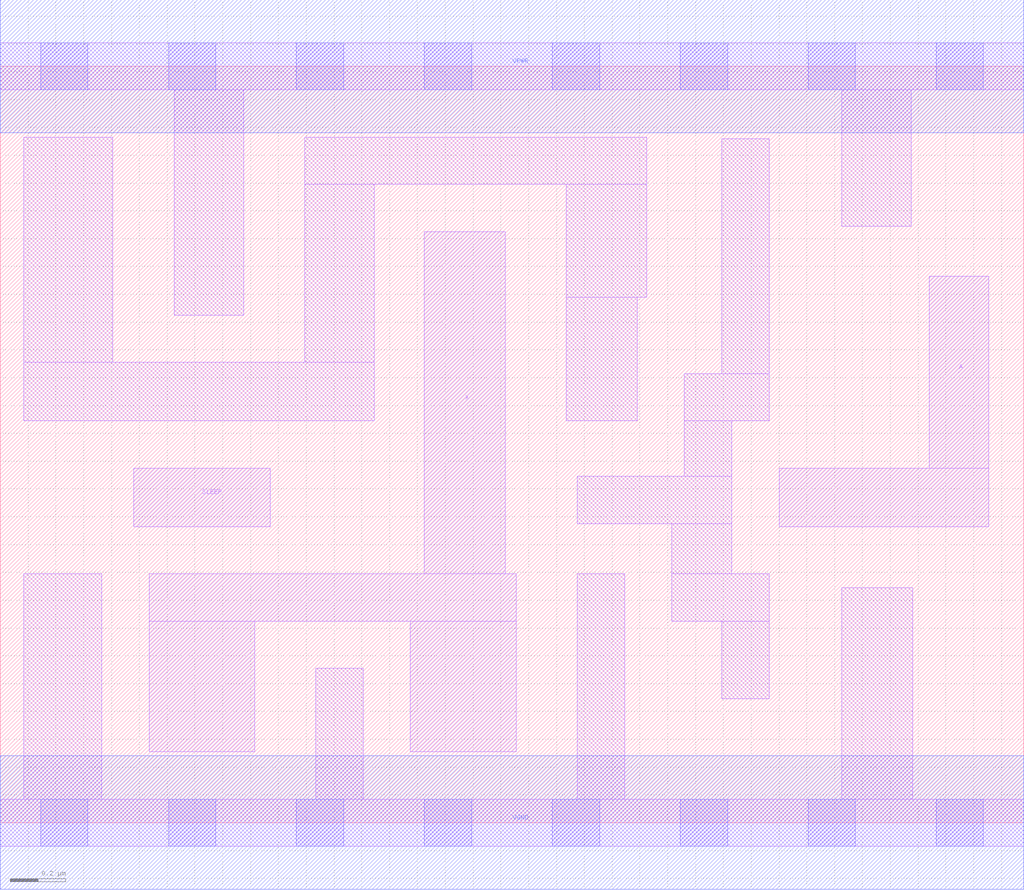
<source format=lef>
# Copyright 2020 The SkyWater PDK Authors
#
# Licensed under the Apache License, Version 2.0 (the "License");
# you may not use this file except in compliance with the License.
# You may obtain a copy of the License at
#
#     https://www.apache.org/licenses/LICENSE-2.0
#
# Unless required by applicable law or agreed to in writing, software
# distributed under the License is distributed on an "AS IS" BASIS,
# WITHOUT WARRANTIES OR CONDITIONS OF ANY KIND, either express or implied.
# See the License for the specific language governing permissions and
# limitations under the License.
#
# SPDX-License-Identifier: Apache-2.0

VERSION 5.7 ;
  NOWIREEXTENSIONATPIN ON ;
  DIVIDERCHAR "/" ;
  BUSBITCHARS "[]" ;
UNITS
  DATABASE MICRONS 200 ;
END UNITS
PROPERTYDEFINITIONS
  MACRO maskLayoutSubType STRING ;
  MACRO prCellType STRING ;
  MACRO originalViewName STRING ;
END PROPERTYDEFINITIONS
MACRO sky130_fd_sc_hdll__isobufsrc_2
  CLASS CORE ;
  FOREIGN sky130_fd_sc_hdll__isobufsrc_2 ;
  ORIGIN  0.000000  0.000000 ;
  SIZE  3.680000 BY  2.720000 ;
  SYMMETRY X Y R90 ;
  SITE unithd ;
  PIN A
    ANTENNAGATEAREA  0.138600 ;
    DIRECTION INPUT ;
    USE SIGNAL ;
    PORT
      LAYER li1 ;
        RECT 2.800000 1.065000 3.555000 1.275000 ;
        RECT 3.340000 1.275000 3.555000 1.965000 ;
    END
  END A
  PIN SLEEP
    ANTENNAGATEAREA  0.555000 ;
    DIRECTION INPUT ;
    USE SIGNAL ;
    PORT
      LAYER li1 ;
        RECT 0.480000 1.065000 0.970000 1.275000 ;
    END
  END SLEEP
  PIN X
    ANTENNADIFFAREA  0.771000 ;
    DIRECTION OUTPUT ;
    USE SIGNAL ;
    PORT
      LAYER li1 ;
        RECT 0.535000 0.255000 0.915000 0.725000 ;
        RECT 0.535000 0.725000 1.855000 0.895000 ;
        RECT 1.475000 0.255000 1.855000 0.725000 ;
        RECT 1.525000 0.895000 1.815000 2.125000 ;
    END
  END X
  PIN VGND
    DIRECTION INOUT ;
    USE GROUND ;
    PORT
      LAYER met1 ;
        RECT 0.000000 -0.240000 3.680000 0.240000 ;
    END
  END VGND
  PIN VPWR
    DIRECTION INOUT ;
    USE POWER ;
    PORT
      LAYER met1 ;
        RECT 0.000000 2.480000 3.680000 2.960000 ;
    END
  END VPWR
  OBS
    LAYER li1 ;
      RECT 0.000000 -0.085000 3.680000 0.085000 ;
      RECT 0.000000  2.635000 3.680000 2.805000 ;
      RECT 0.085000  0.085000 0.365000 0.895000 ;
      RECT 0.085000  1.445000 1.345000 1.655000 ;
      RECT 0.085000  1.655000 0.405000 2.465000 ;
      RECT 0.625000  1.825000 0.875000 2.635000 ;
      RECT 1.095000  1.655000 1.345000 2.295000 ;
      RECT 1.095000  2.295000 2.325000 2.465000 ;
      RECT 1.135000  0.085000 1.305000 0.555000 ;
      RECT 2.035000  1.445000 2.290000 1.890000 ;
      RECT 2.035000  1.890000 2.325000 2.295000 ;
      RECT 2.075000  0.085000 2.245000 0.895000 ;
      RECT 2.075000  1.075000 2.630000 1.245000 ;
      RECT 2.415000  0.725000 2.765000 0.895000 ;
      RECT 2.415000  0.895000 2.630000 1.075000 ;
      RECT 2.460000  1.245000 2.630000 1.445000 ;
      RECT 2.460000  1.445000 2.765000 1.615000 ;
      RECT 2.595000  0.445000 2.765000 0.725000 ;
      RECT 2.595000  1.615000 2.765000 2.460000 ;
      RECT 3.025000  0.085000 3.280000 0.845000 ;
      RECT 3.025000  2.145000 3.275000 2.635000 ;
    LAYER mcon ;
      RECT 0.145000 -0.085000 0.315000 0.085000 ;
      RECT 0.145000  2.635000 0.315000 2.805000 ;
      RECT 0.605000 -0.085000 0.775000 0.085000 ;
      RECT 0.605000  2.635000 0.775000 2.805000 ;
      RECT 1.065000 -0.085000 1.235000 0.085000 ;
      RECT 1.065000  2.635000 1.235000 2.805000 ;
      RECT 1.525000 -0.085000 1.695000 0.085000 ;
      RECT 1.525000  2.635000 1.695000 2.805000 ;
      RECT 1.985000 -0.085000 2.155000 0.085000 ;
      RECT 1.985000  2.635000 2.155000 2.805000 ;
      RECT 2.445000 -0.085000 2.615000 0.085000 ;
      RECT 2.445000  2.635000 2.615000 2.805000 ;
      RECT 2.905000 -0.085000 3.075000 0.085000 ;
      RECT 2.905000  2.635000 3.075000 2.805000 ;
      RECT 3.365000 -0.085000 3.535000 0.085000 ;
      RECT 3.365000  2.635000 3.535000 2.805000 ;
  END
  PROPERTY maskLayoutSubType "abstract" ;
  PROPERTY prCellType "standard" ;
  PROPERTY originalViewName "layout" ;
END sky130_fd_sc_hdll__isobufsrc_2
END LIBRARY

</source>
